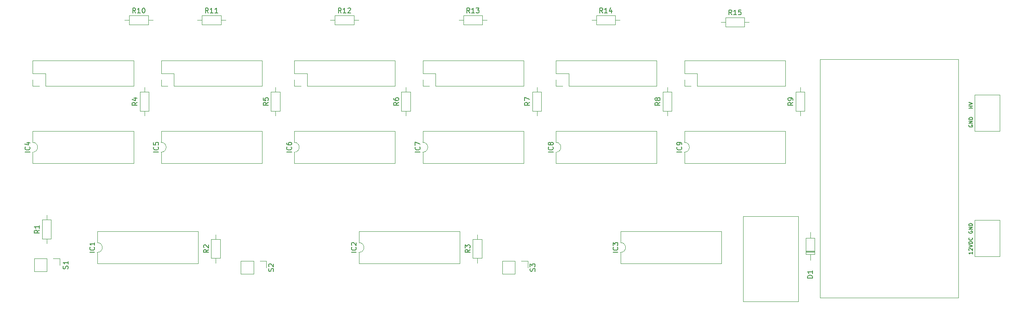
<source format=gbr>
G04 #@! TF.GenerationSoftware,KiCad,Pcbnew,(5.1.4-0-10_14)*
G04 #@! TF.CreationDate,2019-10-28T19:48:47-04:00*
G04 #@! TF.ProjectId,NixieClock,4e697869-6543-46c6-9f63-6b2e6b696361,rev?*
G04 #@! TF.SameCoordinates,Original*
G04 #@! TF.FileFunction,Legend,Top*
G04 #@! TF.FilePolarity,Positive*
%FSLAX46Y46*%
G04 Gerber Fmt 4.6, Leading zero omitted, Abs format (unit mm)*
G04 Created by KiCad (PCBNEW (5.1.4-0-10_14)) date 2019-10-28 19:48:47*
%MOMM*%
%LPD*%
G04 APERTURE LIST*
%ADD10C,0.187500*%
%ADD11C,0.120000*%
%ADD12C,0.150000*%
G04 APERTURE END LIST*
D10*
X268563285Y-121292785D02*
X268563285Y-121721357D01*
X268563285Y-121507071D02*
X267813285Y-121507071D01*
X267920428Y-121578500D01*
X267991857Y-121649928D01*
X268027571Y-121721357D01*
X267884714Y-121007071D02*
X267849000Y-120971357D01*
X267813285Y-120899928D01*
X267813285Y-120721357D01*
X267849000Y-120649928D01*
X267884714Y-120614214D01*
X267956142Y-120578500D01*
X268027571Y-120578500D01*
X268134714Y-120614214D01*
X268563285Y-121042785D01*
X268563285Y-120578500D01*
X267813285Y-120364214D02*
X268563285Y-120114214D01*
X267813285Y-119864214D01*
X268563285Y-119614214D02*
X267813285Y-119614214D01*
X267813285Y-119435642D01*
X267849000Y-119328500D01*
X267920428Y-119257071D01*
X267991857Y-119221357D01*
X268134714Y-119185642D01*
X268241857Y-119185642D01*
X268384714Y-119221357D01*
X268456142Y-119257071D01*
X268527571Y-119328500D01*
X268563285Y-119435642D01*
X268563285Y-119614214D01*
X268491857Y-118435642D02*
X268527571Y-118471357D01*
X268563285Y-118578500D01*
X268563285Y-118649928D01*
X268527571Y-118757071D01*
X268456142Y-118828500D01*
X268384714Y-118864214D01*
X268241857Y-118899928D01*
X268134714Y-118899928D01*
X267991857Y-118864214D01*
X267920428Y-118828500D01*
X267849000Y-118757071D01*
X267813285Y-118649928D01*
X267813285Y-118578500D01*
X267849000Y-118471357D01*
X267884714Y-118435642D01*
X267849000Y-117093928D02*
X267813285Y-117165357D01*
X267813285Y-117272500D01*
X267849000Y-117379642D01*
X267920428Y-117451071D01*
X267991857Y-117486785D01*
X268134714Y-117522500D01*
X268241857Y-117522500D01*
X268384714Y-117486785D01*
X268456142Y-117451071D01*
X268527571Y-117379642D01*
X268563285Y-117272500D01*
X268563285Y-117201071D01*
X268527571Y-117093928D01*
X268491857Y-117058214D01*
X268241857Y-117058214D01*
X268241857Y-117201071D01*
X268563285Y-116736785D02*
X267813285Y-116736785D01*
X268563285Y-116308214D01*
X267813285Y-116308214D01*
X268563285Y-115951071D02*
X267813285Y-115951071D01*
X267813285Y-115772500D01*
X267849000Y-115665357D01*
X267920428Y-115593928D01*
X267991857Y-115558214D01*
X268134714Y-115522500D01*
X268241857Y-115522500D01*
X268384714Y-115558214D01*
X268456142Y-115593928D01*
X268527571Y-115665357D01*
X268563285Y-115772500D01*
X268563285Y-115951071D01*
X267912500Y-95567428D02*
X267876785Y-95638857D01*
X267876785Y-95746000D01*
X267912500Y-95853142D01*
X267983928Y-95924571D01*
X268055357Y-95960285D01*
X268198214Y-95996000D01*
X268305357Y-95996000D01*
X268448214Y-95960285D01*
X268519642Y-95924571D01*
X268591071Y-95853142D01*
X268626785Y-95746000D01*
X268626785Y-95674571D01*
X268591071Y-95567428D01*
X268555357Y-95531714D01*
X268305357Y-95531714D01*
X268305357Y-95674571D01*
X268626785Y-95210285D02*
X267876785Y-95210285D01*
X268626785Y-94781714D01*
X267876785Y-94781714D01*
X268626785Y-94424571D02*
X267876785Y-94424571D01*
X267876785Y-94246000D01*
X267912500Y-94138857D01*
X267983928Y-94067428D01*
X268055357Y-94031714D01*
X268198214Y-93996000D01*
X268305357Y-93996000D01*
X268448214Y-94031714D01*
X268519642Y-94067428D01*
X268591071Y-94138857D01*
X268626785Y-94246000D01*
X268626785Y-94424571D01*
X268626785Y-92166214D02*
X267876785Y-92166214D01*
X268233928Y-92166214D02*
X268233928Y-91737642D01*
X268626785Y-91737642D02*
X267876785Y-91737642D01*
X267876785Y-91487642D02*
X268626785Y-91237642D01*
X267876785Y-90987642D01*
D11*
X274066000Y-96830000D02*
X274066000Y-89464000D01*
X268986000Y-96830000D02*
X274066000Y-96830000D01*
X268986000Y-89464000D02*
X268986000Y-96830000D01*
X274066000Y-89464000D02*
X268986000Y-89464000D01*
X274066000Y-114864000D02*
X268986000Y-114864000D01*
X268986000Y-114864000D02*
X268986000Y-122230000D01*
X268986000Y-122230000D02*
X274066000Y-122230000D01*
X274066000Y-122230000D02*
X274066000Y-114864000D01*
X97775000Y-73375000D02*
X97775000Y-75215000D01*
X97775000Y-75215000D02*
X101615000Y-75215000D01*
X101615000Y-75215000D02*
X101615000Y-73375000D01*
X101615000Y-73375000D02*
X97775000Y-73375000D01*
X96825000Y-74295000D02*
X97775000Y-74295000D01*
X102565000Y-74295000D02*
X101615000Y-74295000D01*
X218552000Y-73756000D02*
X218552000Y-75596000D01*
X218552000Y-75596000D02*
X222392000Y-75596000D01*
X222392000Y-75596000D02*
X222392000Y-73756000D01*
X222392000Y-73756000D02*
X218552000Y-73756000D01*
X217602000Y-74676000D02*
X218552000Y-74676000D01*
X223342000Y-74676000D02*
X222392000Y-74676000D01*
X192390000Y-73375000D02*
X192390000Y-75215000D01*
X192390000Y-75215000D02*
X196230000Y-75215000D01*
X196230000Y-75215000D02*
X196230000Y-73375000D01*
X196230000Y-73375000D02*
X192390000Y-73375000D01*
X191440000Y-74295000D02*
X192390000Y-74295000D01*
X197180000Y-74295000D02*
X196230000Y-74295000D01*
X165466000Y-73375000D02*
X165466000Y-75215000D01*
X165466000Y-75215000D02*
X169306000Y-75215000D01*
X169306000Y-75215000D02*
X169306000Y-73375000D01*
X169306000Y-73375000D02*
X165466000Y-73375000D01*
X164516000Y-74295000D02*
X165466000Y-74295000D01*
X170256000Y-74295000D02*
X169306000Y-74295000D01*
X139431000Y-73375000D02*
X139431000Y-75215000D01*
X139431000Y-75215000D02*
X143271000Y-75215000D01*
X143271000Y-75215000D02*
X143271000Y-73375000D01*
X143271000Y-73375000D02*
X139431000Y-73375000D01*
X138481000Y-74295000D02*
X139431000Y-74295000D01*
X144221000Y-74295000D02*
X143271000Y-74295000D01*
X112507000Y-73375000D02*
X112507000Y-75215000D01*
X112507000Y-75215000D02*
X116347000Y-75215000D01*
X116347000Y-75215000D02*
X116347000Y-73375000D01*
X116347000Y-73375000D02*
X112507000Y-73375000D01*
X111557000Y-74295000D02*
X112507000Y-74295000D01*
X117297000Y-74295000D02*
X116347000Y-74295000D01*
X232760000Y-92725000D02*
X234600000Y-92725000D01*
X234600000Y-92725000D02*
X234600000Y-88885000D01*
X234600000Y-88885000D02*
X232760000Y-88885000D01*
X232760000Y-88885000D02*
X232760000Y-92725000D01*
X233680000Y-93675000D02*
X233680000Y-92725000D01*
X233680000Y-87935000D02*
X233680000Y-88885000D01*
X205836000Y-92725000D02*
X207676000Y-92725000D01*
X207676000Y-92725000D02*
X207676000Y-88885000D01*
X207676000Y-88885000D02*
X205836000Y-88885000D01*
X205836000Y-88885000D02*
X205836000Y-92725000D01*
X206756000Y-93675000D02*
X206756000Y-92725000D01*
X206756000Y-87935000D02*
X206756000Y-88885000D01*
X179420000Y-92725000D02*
X181260000Y-92725000D01*
X181260000Y-92725000D02*
X181260000Y-88885000D01*
X181260000Y-88885000D02*
X179420000Y-88885000D01*
X179420000Y-88885000D02*
X179420000Y-92725000D01*
X180340000Y-93675000D02*
X180340000Y-92725000D01*
X180340000Y-87935000D02*
X180340000Y-88885000D01*
X152877000Y-92725000D02*
X154717000Y-92725000D01*
X154717000Y-92725000D02*
X154717000Y-88885000D01*
X154717000Y-88885000D02*
X152877000Y-88885000D01*
X152877000Y-88885000D02*
X152877000Y-92725000D01*
X153797000Y-93675000D02*
X153797000Y-92725000D01*
X153797000Y-87935000D02*
X153797000Y-88885000D01*
X126461000Y-92725000D02*
X128301000Y-92725000D01*
X128301000Y-92725000D02*
X128301000Y-88885000D01*
X128301000Y-88885000D02*
X126461000Y-88885000D01*
X126461000Y-88885000D02*
X126461000Y-92725000D01*
X127381000Y-93675000D02*
X127381000Y-92725000D01*
X127381000Y-87935000D02*
X127381000Y-88885000D01*
X99918000Y-92725000D02*
X101758000Y-92725000D01*
X101758000Y-92725000D02*
X101758000Y-88885000D01*
X101758000Y-88885000D02*
X99918000Y-88885000D01*
X99918000Y-88885000D02*
X99918000Y-92725000D01*
X100838000Y-93675000D02*
X100838000Y-92725000D01*
X100838000Y-87935000D02*
X100838000Y-88885000D01*
X167355000Y-122570000D02*
X169195000Y-122570000D01*
X169195000Y-122570000D02*
X169195000Y-118730000D01*
X169195000Y-118730000D02*
X167355000Y-118730000D01*
X167355000Y-118730000D02*
X167355000Y-122570000D01*
X168275000Y-123520000D02*
X168275000Y-122570000D01*
X168275000Y-117780000D02*
X168275000Y-118730000D01*
X114370600Y-122570000D02*
X116210600Y-122570000D01*
X116210600Y-122570000D02*
X116210600Y-118730000D01*
X116210600Y-118730000D02*
X114370600Y-118730000D01*
X114370600Y-118730000D02*
X114370600Y-122570000D01*
X115290600Y-123520000D02*
X115290600Y-122570000D01*
X115290600Y-117780000D02*
X115290600Y-118730000D01*
X81026000Y-113843000D02*
X81026000Y-114793000D01*
X81026000Y-119583000D02*
X81026000Y-118633000D01*
X80106000Y-114793000D02*
X80106000Y-118633000D01*
X81946000Y-114793000D02*
X80106000Y-114793000D01*
X81946000Y-118633000D02*
X81946000Y-114793000D01*
X80106000Y-118633000D02*
X81946000Y-118633000D01*
X230665000Y-87690000D02*
X230665000Y-82490000D01*
X212825000Y-87690000D02*
X230665000Y-87690000D01*
X210225000Y-82490000D02*
X230665000Y-82490000D01*
X212825000Y-87690000D02*
X212825000Y-85090000D01*
X212825000Y-85090000D02*
X210225000Y-85090000D01*
X210225000Y-85090000D02*
X210225000Y-82490000D01*
X211555000Y-87690000D02*
X210225000Y-87690000D01*
X210225000Y-87690000D02*
X210225000Y-86360000D01*
X78502200Y-122622000D02*
X78502200Y-125282000D01*
X81102200Y-122622000D02*
X78502200Y-122622000D01*
X81102200Y-125282000D02*
X78502200Y-125282000D01*
X81102200Y-122622000D02*
X81102200Y-125282000D01*
X82372200Y-122622000D02*
X83702200Y-122622000D01*
X83702200Y-122622000D02*
X83702200Y-123952000D01*
X120336000Y-123130000D02*
X120336000Y-125790000D01*
X122936000Y-123130000D02*
X120336000Y-123130000D01*
X122936000Y-125790000D02*
X120336000Y-125790000D01*
X122936000Y-123130000D02*
X122936000Y-125790000D01*
X124206000Y-123130000D02*
X125536000Y-123130000D01*
X125536000Y-123130000D02*
X125536000Y-124460000D01*
X178520400Y-123130000D02*
X178520400Y-124460000D01*
X177190400Y-123130000D02*
X178520400Y-123130000D01*
X175920400Y-123130000D02*
X175920400Y-125790000D01*
X175920400Y-125790000D02*
X173320400Y-125790000D01*
X175920400Y-123130000D02*
X173320400Y-123130000D01*
X173320400Y-123130000D02*
X173320400Y-125790000D01*
X234792000Y-121326000D02*
X236632000Y-121326000D01*
X234792000Y-121086000D02*
X236632000Y-121086000D01*
X234792000Y-121206000D02*
X236632000Y-121206000D01*
X235712000Y-117322000D02*
X235712000Y-118502000D01*
X235712000Y-122962000D02*
X235712000Y-121782000D01*
X234792000Y-118502000D02*
X234792000Y-121782000D01*
X236632000Y-118502000D02*
X234792000Y-118502000D01*
X236632000Y-121782000D02*
X236632000Y-118502000D01*
X234792000Y-121782000D02*
X236632000Y-121782000D01*
X184190000Y-99076000D02*
G75*
G02X184190000Y-101076000I0J-1000000D01*
G01*
X184190000Y-101076000D02*
X184190000Y-103311000D01*
X184190000Y-103311000D02*
X204630000Y-103311000D01*
X204630000Y-103311000D02*
X204630000Y-96841000D01*
X204630000Y-96841000D02*
X184190000Y-96841000D01*
X184190000Y-96841000D02*
X184190000Y-99076000D01*
X151630000Y-87690000D02*
X151630000Y-82490000D01*
X133790000Y-87690000D02*
X151630000Y-87690000D01*
X131190000Y-82490000D02*
X151630000Y-82490000D01*
X133790000Y-87690000D02*
X133790000Y-85090000D01*
X133790000Y-85090000D02*
X131190000Y-85090000D01*
X131190000Y-85090000D02*
X131190000Y-82490000D01*
X132520000Y-87690000D02*
X131190000Y-87690000D01*
X131190000Y-87690000D02*
X131190000Y-86360000D01*
X157225000Y-87690000D02*
X157225000Y-86360000D01*
X158555000Y-87690000D02*
X157225000Y-87690000D01*
X157225000Y-85090000D02*
X157225000Y-82490000D01*
X159825000Y-85090000D02*
X157225000Y-85090000D01*
X159825000Y-87690000D02*
X159825000Y-85090000D01*
X157225000Y-82490000D02*
X177665000Y-82490000D01*
X159825000Y-87690000D02*
X177665000Y-87690000D01*
X177665000Y-87690000D02*
X177665000Y-82490000D01*
X222123000Y-114046000D02*
X222123000Y-131318000D01*
X233299000Y-114046000D02*
X222123000Y-114046000D01*
X233299000Y-131318000D02*
X233299000Y-114046000D01*
X222123000Y-131318000D02*
X233299000Y-131318000D01*
X265754000Y-130626000D02*
X265754000Y-82226000D01*
X237674000Y-130626000D02*
X265754000Y-130626000D01*
X237674000Y-82226000D02*
X237674000Y-130626000D01*
X265754000Y-82226000D02*
X237674000Y-82226000D01*
X91298000Y-119396000D02*
G75*
G02X91298000Y-121396000I0J-1000000D01*
G01*
X91298000Y-121396000D02*
X91298000Y-123631000D01*
X91298000Y-123631000D02*
X111738000Y-123631000D01*
X111738000Y-123631000D02*
X111738000Y-117161000D01*
X111738000Y-117161000D02*
X91298000Y-117161000D01*
X91298000Y-117161000D02*
X91298000Y-119396000D01*
X144298000Y-119396000D02*
G75*
G02X144298000Y-121396000I0J-1000000D01*
G01*
X144298000Y-121396000D02*
X144298000Y-123631000D01*
X144298000Y-123631000D02*
X164738000Y-123631000D01*
X164738000Y-123631000D02*
X164738000Y-117161000D01*
X164738000Y-117161000D02*
X144298000Y-117161000D01*
X144298000Y-117161000D02*
X144298000Y-119396000D01*
X98630000Y-87690000D02*
X98630000Y-82490000D01*
X80790000Y-87690000D02*
X98630000Y-87690000D01*
X78190000Y-82490000D02*
X98630000Y-82490000D01*
X80790000Y-87690000D02*
X80790000Y-85090000D01*
X80790000Y-85090000D02*
X78190000Y-85090000D01*
X78190000Y-85090000D02*
X78190000Y-82490000D01*
X79520000Y-87690000D02*
X78190000Y-87690000D01*
X78190000Y-87690000D02*
X78190000Y-86360000D01*
X104225000Y-87690000D02*
X104225000Y-86360000D01*
X105555000Y-87690000D02*
X104225000Y-87690000D01*
X104225000Y-85090000D02*
X104225000Y-82490000D01*
X106825000Y-85090000D02*
X104225000Y-85090000D01*
X106825000Y-87690000D02*
X106825000Y-85090000D01*
X104225000Y-82490000D02*
X124665000Y-82490000D01*
X106825000Y-87690000D02*
X124665000Y-87690000D01*
X124665000Y-87690000D02*
X124665000Y-82490000D01*
X78190000Y-96841000D02*
X78190000Y-99076000D01*
X98630000Y-96841000D02*
X78190000Y-96841000D01*
X98630000Y-103311000D02*
X98630000Y-96841000D01*
X78190000Y-103311000D02*
X98630000Y-103311000D01*
X78190000Y-101076000D02*
X78190000Y-103311000D01*
X78190000Y-99076000D02*
G75*
G02X78190000Y-101076000I0J-1000000D01*
G01*
X131190000Y-96841000D02*
X131190000Y-99076000D01*
X151630000Y-96841000D02*
X131190000Y-96841000D01*
X151630000Y-103311000D02*
X151630000Y-96841000D01*
X131190000Y-103311000D02*
X151630000Y-103311000D01*
X131190000Y-101076000D02*
X131190000Y-103311000D01*
X131190000Y-99076000D02*
G75*
G02X131190000Y-101076000I0J-1000000D01*
G01*
X104225000Y-99076000D02*
G75*
G02X104225000Y-101076000I0J-1000000D01*
G01*
X104225000Y-101076000D02*
X104225000Y-103311000D01*
X104225000Y-103311000D02*
X124665000Y-103311000D01*
X124665000Y-103311000D02*
X124665000Y-96841000D01*
X124665000Y-96841000D02*
X104225000Y-96841000D01*
X104225000Y-96841000D02*
X104225000Y-99076000D01*
X157225000Y-99076000D02*
G75*
G02X157225000Y-101076000I0J-1000000D01*
G01*
X157225000Y-101076000D02*
X157225000Y-103311000D01*
X157225000Y-103311000D02*
X177665000Y-103311000D01*
X177665000Y-103311000D02*
X177665000Y-96841000D01*
X177665000Y-96841000D02*
X157225000Y-96841000D01*
X157225000Y-96841000D02*
X157225000Y-99076000D01*
X210225000Y-96841000D02*
X210225000Y-99076000D01*
X230665000Y-96841000D02*
X210225000Y-96841000D01*
X230665000Y-103311000D02*
X230665000Y-96841000D01*
X210225000Y-103311000D02*
X230665000Y-103311000D01*
X210225000Y-101076000D02*
X210225000Y-103311000D01*
X210225000Y-99076000D02*
G75*
G02X210225000Y-101076000I0J-1000000D01*
G01*
X184190000Y-87690000D02*
X184190000Y-86360000D01*
X185520000Y-87690000D02*
X184190000Y-87690000D01*
X184190000Y-85090000D02*
X184190000Y-82490000D01*
X186790000Y-85090000D02*
X184190000Y-85090000D01*
X186790000Y-87690000D02*
X186790000Y-85090000D01*
X184190000Y-82490000D02*
X204630000Y-82490000D01*
X186790000Y-87690000D02*
X204630000Y-87690000D01*
X204630000Y-87690000D02*
X204630000Y-82490000D01*
X197298000Y-117161000D02*
X197298000Y-119396000D01*
X217738000Y-117161000D02*
X197298000Y-117161000D01*
X217738000Y-123631000D02*
X217738000Y-117161000D01*
X197298000Y-123631000D02*
X217738000Y-123631000D01*
X197298000Y-121396000D02*
X197298000Y-123631000D01*
X197298000Y-119396000D02*
G75*
G02X197298000Y-121396000I0J-1000000D01*
G01*
D12*
X99052142Y-72827380D02*
X98718809Y-72351190D01*
X98480714Y-72827380D02*
X98480714Y-71827380D01*
X98861666Y-71827380D01*
X98956904Y-71875000D01*
X99004523Y-71922619D01*
X99052142Y-72017857D01*
X99052142Y-72160714D01*
X99004523Y-72255952D01*
X98956904Y-72303571D01*
X98861666Y-72351190D01*
X98480714Y-72351190D01*
X100004523Y-72827380D02*
X99433095Y-72827380D01*
X99718809Y-72827380D02*
X99718809Y-71827380D01*
X99623571Y-71970238D01*
X99528333Y-72065476D01*
X99433095Y-72113095D01*
X100623571Y-71827380D02*
X100718809Y-71827380D01*
X100814047Y-71875000D01*
X100861666Y-71922619D01*
X100909285Y-72017857D01*
X100956904Y-72208333D01*
X100956904Y-72446428D01*
X100909285Y-72636904D01*
X100861666Y-72732142D01*
X100814047Y-72779761D01*
X100718809Y-72827380D01*
X100623571Y-72827380D01*
X100528333Y-72779761D01*
X100480714Y-72732142D01*
X100433095Y-72636904D01*
X100385476Y-72446428D01*
X100385476Y-72208333D01*
X100433095Y-72017857D01*
X100480714Y-71922619D01*
X100528333Y-71875000D01*
X100623571Y-71827380D01*
X219829142Y-73208380D02*
X219495809Y-72732190D01*
X219257714Y-73208380D02*
X219257714Y-72208380D01*
X219638666Y-72208380D01*
X219733904Y-72256000D01*
X219781523Y-72303619D01*
X219829142Y-72398857D01*
X219829142Y-72541714D01*
X219781523Y-72636952D01*
X219733904Y-72684571D01*
X219638666Y-72732190D01*
X219257714Y-72732190D01*
X220781523Y-73208380D02*
X220210095Y-73208380D01*
X220495809Y-73208380D02*
X220495809Y-72208380D01*
X220400571Y-72351238D01*
X220305333Y-72446476D01*
X220210095Y-72494095D01*
X221686285Y-72208380D02*
X221210095Y-72208380D01*
X221162476Y-72684571D01*
X221210095Y-72636952D01*
X221305333Y-72589333D01*
X221543428Y-72589333D01*
X221638666Y-72636952D01*
X221686285Y-72684571D01*
X221733904Y-72779809D01*
X221733904Y-73017904D01*
X221686285Y-73113142D01*
X221638666Y-73160761D01*
X221543428Y-73208380D01*
X221305333Y-73208380D01*
X221210095Y-73160761D01*
X221162476Y-73113142D01*
X193667142Y-72827380D02*
X193333809Y-72351190D01*
X193095714Y-72827380D02*
X193095714Y-71827380D01*
X193476666Y-71827380D01*
X193571904Y-71875000D01*
X193619523Y-71922619D01*
X193667142Y-72017857D01*
X193667142Y-72160714D01*
X193619523Y-72255952D01*
X193571904Y-72303571D01*
X193476666Y-72351190D01*
X193095714Y-72351190D01*
X194619523Y-72827380D02*
X194048095Y-72827380D01*
X194333809Y-72827380D02*
X194333809Y-71827380D01*
X194238571Y-71970238D01*
X194143333Y-72065476D01*
X194048095Y-72113095D01*
X195476666Y-72160714D02*
X195476666Y-72827380D01*
X195238571Y-71779761D02*
X195000476Y-72494047D01*
X195619523Y-72494047D01*
X166743142Y-72827380D02*
X166409809Y-72351190D01*
X166171714Y-72827380D02*
X166171714Y-71827380D01*
X166552666Y-71827380D01*
X166647904Y-71875000D01*
X166695523Y-71922619D01*
X166743142Y-72017857D01*
X166743142Y-72160714D01*
X166695523Y-72255952D01*
X166647904Y-72303571D01*
X166552666Y-72351190D01*
X166171714Y-72351190D01*
X167695523Y-72827380D02*
X167124095Y-72827380D01*
X167409809Y-72827380D02*
X167409809Y-71827380D01*
X167314571Y-71970238D01*
X167219333Y-72065476D01*
X167124095Y-72113095D01*
X168028857Y-71827380D02*
X168647904Y-71827380D01*
X168314571Y-72208333D01*
X168457428Y-72208333D01*
X168552666Y-72255952D01*
X168600285Y-72303571D01*
X168647904Y-72398809D01*
X168647904Y-72636904D01*
X168600285Y-72732142D01*
X168552666Y-72779761D01*
X168457428Y-72827380D01*
X168171714Y-72827380D01*
X168076476Y-72779761D01*
X168028857Y-72732142D01*
X140708142Y-72827380D02*
X140374809Y-72351190D01*
X140136714Y-72827380D02*
X140136714Y-71827380D01*
X140517666Y-71827380D01*
X140612904Y-71875000D01*
X140660523Y-71922619D01*
X140708142Y-72017857D01*
X140708142Y-72160714D01*
X140660523Y-72255952D01*
X140612904Y-72303571D01*
X140517666Y-72351190D01*
X140136714Y-72351190D01*
X141660523Y-72827380D02*
X141089095Y-72827380D01*
X141374809Y-72827380D02*
X141374809Y-71827380D01*
X141279571Y-71970238D01*
X141184333Y-72065476D01*
X141089095Y-72113095D01*
X142041476Y-71922619D02*
X142089095Y-71875000D01*
X142184333Y-71827380D01*
X142422428Y-71827380D01*
X142517666Y-71875000D01*
X142565285Y-71922619D01*
X142612904Y-72017857D01*
X142612904Y-72113095D01*
X142565285Y-72255952D01*
X141993857Y-72827380D01*
X142612904Y-72827380D01*
X113784142Y-72827380D02*
X113450809Y-72351190D01*
X113212714Y-72827380D02*
X113212714Y-71827380D01*
X113593666Y-71827380D01*
X113688904Y-71875000D01*
X113736523Y-71922619D01*
X113784142Y-72017857D01*
X113784142Y-72160714D01*
X113736523Y-72255952D01*
X113688904Y-72303571D01*
X113593666Y-72351190D01*
X113212714Y-72351190D01*
X114736523Y-72827380D02*
X114165095Y-72827380D01*
X114450809Y-72827380D02*
X114450809Y-71827380D01*
X114355571Y-71970238D01*
X114260333Y-72065476D01*
X114165095Y-72113095D01*
X115688904Y-72827380D02*
X115117476Y-72827380D01*
X115403190Y-72827380D02*
X115403190Y-71827380D01*
X115307952Y-71970238D01*
X115212714Y-72065476D01*
X115117476Y-72113095D01*
X232212380Y-90971666D02*
X231736190Y-91305000D01*
X232212380Y-91543095D02*
X231212380Y-91543095D01*
X231212380Y-91162142D01*
X231260000Y-91066904D01*
X231307619Y-91019285D01*
X231402857Y-90971666D01*
X231545714Y-90971666D01*
X231640952Y-91019285D01*
X231688571Y-91066904D01*
X231736190Y-91162142D01*
X231736190Y-91543095D01*
X232212380Y-90495476D02*
X232212380Y-90305000D01*
X232164761Y-90209761D01*
X232117142Y-90162142D01*
X231974285Y-90066904D01*
X231783809Y-90019285D01*
X231402857Y-90019285D01*
X231307619Y-90066904D01*
X231260000Y-90114523D01*
X231212380Y-90209761D01*
X231212380Y-90400238D01*
X231260000Y-90495476D01*
X231307619Y-90543095D01*
X231402857Y-90590714D01*
X231640952Y-90590714D01*
X231736190Y-90543095D01*
X231783809Y-90495476D01*
X231831428Y-90400238D01*
X231831428Y-90209761D01*
X231783809Y-90114523D01*
X231736190Y-90066904D01*
X231640952Y-90019285D01*
X205288380Y-90971666D02*
X204812190Y-91305000D01*
X205288380Y-91543095D02*
X204288380Y-91543095D01*
X204288380Y-91162142D01*
X204336000Y-91066904D01*
X204383619Y-91019285D01*
X204478857Y-90971666D01*
X204621714Y-90971666D01*
X204716952Y-91019285D01*
X204764571Y-91066904D01*
X204812190Y-91162142D01*
X204812190Y-91543095D01*
X204716952Y-90400238D02*
X204669333Y-90495476D01*
X204621714Y-90543095D01*
X204526476Y-90590714D01*
X204478857Y-90590714D01*
X204383619Y-90543095D01*
X204336000Y-90495476D01*
X204288380Y-90400238D01*
X204288380Y-90209761D01*
X204336000Y-90114523D01*
X204383619Y-90066904D01*
X204478857Y-90019285D01*
X204526476Y-90019285D01*
X204621714Y-90066904D01*
X204669333Y-90114523D01*
X204716952Y-90209761D01*
X204716952Y-90400238D01*
X204764571Y-90495476D01*
X204812190Y-90543095D01*
X204907428Y-90590714D01*
X205097904Y-90590714D01*
X205193142Y-90543095D01*
X205240761Y-90495476D01*
X205288380Y-90400238D01*
X205288380Y-90209761D01*
X205240761Y-90114523D01*
X205193142Y-90066904D01*
X205097904Y-90019285D01*
X204907428Y-90019285D01*
X204812190Y-90066904D01*
X204764571Y-90114523D01*
X204716952Y-90209761D01*
X178872380Y-90971666D02*
X178396190Y-91305000D01*
X178872380Y-91543095D02*
X177872380Y-91543095D01*
X177872380Y-91162142D01*
X177920000Y-91066904D01*
X177967619Y-91019285D01*
X178062857Y-90971666D01*
X178205714Y-90971666D01*
X178300952Y-91019285D01*
X178348571Y-91066904D01*
X178396190Y-91162142D01*
X178396190Y-91543095D01*
X177872380Y-90638333D02*
X177872380Y-89971666D01*
X178872380Y-90400238D01*
X152329380Y-90971666D02*
X151853190Y-91305000D01*
X152329380Y-91543095D02*
X151329380Y-91543095D01*
X151329380Y-91162142D01*
X151377000Y-91066904D01*
X151424619Y-91019285D01*
X151519857Y-90971666D01*
X151662714Y-90971666D01*
X151757952Y-91019285D01*
X151805571Y-91066904D01*
X151853190Y-91162142D01*
X151853190Y-91543095D01*
X151329380Y-90114523D02*
X151329380Y-90305000D01*
X151377000Y-90400238D01*
X151424619Y-90447857D01*
X151567476Y-90543095D01*
X151757952Y-90590714D01*
X152138904Y-90590714D01*
X152234142Y-90543095D01*
X152281761Y-90495476D01*
X152329380Y-90400238D01*
X152329380Y-90209761D01*
X152281761Y-90114523D01*
X152234142Y-90066904D01*
X152138904Y-90019285D01*
X151900809Y-90019285D01*
X151805571Y-90066904D01*
X151757952Y-90114523D01*
X151710333Y-90209761D01*
X151710333Y-90400238D01*
X151757952Y-90495476D01*
X151805571Y-90543095D01*
X151900809Y-90590714D01*
X125913380Y-90971666D02*
X125437190Y-91305000D01*
X125913380Y-91543095D02*
X124913380Y-91543095D01*
X124913380Y-91162142D01*
X124961000Y-91066904D01*
X125008619Y-91019285D01*
X125103857Y-90971666D01*
X125246714Y-90971666D01*
X125341952Y-91019285D01*
X125389571Y-91066904D01*
X125437190Y-91162142D01*
X125437190Y-91543095D01*
X124913380Y-90066904D02*
X124913380Y-90543095D01*
X125389571Y-90590714D01*
X125341952Y-90543095D01*
X125294333Y-90447857D01*
X125294333Y-90209761D01*
X125341952Y-90114523D01*
X125389571Y-90066904D01*
X125484809Y-90019285D01*
X125722904Y-90019285D01*
X125818142Y-90066904D01*
X125865761Y-90114523D01*
X125913380Y-90209761D01*
X125913380Y-90447857D01*
X125865761Y-90543095D01*
X125818142Y-90590714D01*
X99370380Y-90971666D02*
X98894190Y-91305000D01*
X99370380Y-91543095D02*
X98370380Y-91543095D01*
X98370380Y-91162142D01*
X98418000Y-91066904D01*
X98465619Y-91019285D01*
X98560857Y-90971666D01*
X98703714Y-90971666D01*
X98798952Y-91019285D01*
X98846571Y-91066904D01*
X98894190Y-91162142D01*
X98894190Y-91543095D01*
X98703714Y-90114523D02*
X99370380Y-90114523D01*
X98322761Y-90352619D02*
X99037047Y-90590714D01*
X99037047Y-89971666D01*
X166807380Y-120816666D02*
X166331190Y-121150000D01*
X166807380Y-121388095D02*
X165807380Y-121388095D01*
X165807380Y-121007142D01*
X165855000Y-120911904D01*
X165902619Y-120864285D01*
X165997857Y-120816666D01*
X166140714Y-120816666D01*
X166235952Y-120864285D01*
X166283571Y-120911904D01*
X166331190Y-121007142D01*
X166331190Y-121388095D01*
X165807380Y-120483333D02*
X165807380Y-119864285D01*
X166188333Y-120197619D01*
X166188333Y-120054761D01*
X166235952Y-119959523D01*
X166283571Y-119911904D01*
X166378809Y-119864285D01*
X166616904Y-119864285D01*
X166712142Y-119911904D01*
X166759761Y-119959523D01*
X166807380Y-120054761D01*
X166807380Y-120340476D01*
X166759761Y-120435714D01*
X166712142Y-120483333D01*
X113822980Y-120816666D02*
X113346790Y-121150000D01*
X113822980Y-121388095D02*
X112822980Y-121388095D01*
X112822980Y-121007142D01*
X112870600Y-120911904D01*
X112918219Y-120864285D01*
X113013457Y-120816666D01*
X113156314Y-120816666D01*
X113251552Y-120864285D01*
X113299171Y-120911904D01*
X113346790Y-121007142D01*
X113346790Y-121388095D01*
X112918219Y-120435714D02*
X112870600Y-120388095D01*
X112822980Y-120292857D01*
X112822980Y-120054761D01*
X112870600Y-119959523D01*
X112918219Y-119911904D01*
X113013457Y-119864285D01*
X113108695Y-119864285D01*
X113251552Y-119911904D01*
X113822980Y-120483333D01*
X113822980Y-119864285D01*
X79558380Y-116879666D02*
X79082190Y-117213000D01*
X79558380Y-117451095D02*
X78558380Y-117451095D01*
X78558380Y-117070142D01*
X78606000Y-116974904D01*
X78653619Y-116927285D01*
X78748857Y-116879666D01*
X78891714Y-116879666D01*
X78986952Y-116927285D01*
X79034571Y-116974904D01*
X79082190Y-117070142D01*
X79082190Y-117451095D01*
X79558380Y-115927285D02*
X79558380Y-116498714D01*
X79558380Y-116213000D02*
X78558380Y-116213000D01*
X78701238Y-116308238D01*
X78796476Y-116403476D01*
X78844095Y-116498714D01*
X85304261Y-124713904D02*
X85351880Y-124571047D01*
X85351880Y-124332952D01*
X85304261Y-124237714D01*
X85256642Y-124190095D01*
X85161404Y-124142476D01*
X85066166Y-124142476D01*
X84970928Y-124190095D01*
X84923309Y-124237714D01*
X84875690Y-124332952D01*
X84828071Y-124523428D01*
X84780452Y-124618666D01*
X84732833Y-124666285D01*
X84637595Y-124713904D01*
X84542357Y-124713904D01*
X84447119Y-124666285D01*
X84399500Y-124618666D01*
X84351880Y-124523428D01*
X84351880Y-124285333D01*
X84399500Y-124142476D01*
X85351880Y-123190095D02*
X85351880Y-123761523D01*
X85351880Y-123475809D02*
X84351880Y-123475809D01*
X84494738Y-123571047D01*
X84589976Y-123666285D01*
X84637595Y-123761523D01*
X126940761Y-125221904D02*
X126988380Y-125079047D01*
X126988380Y-124840952D01*
X126940761Y-124745714D01*
X126893142Y-124698095D01*
X126797904Y-124650476D01*
X126702666Y-124650476D01*
X126607428Y-124698095D01*
X126559809Y-124745714D01*
X126512190Y-124840952D01*
X126464571Y-125031428D01*
X126416952Y-125126666D01*
X126369333Y-125174285D01*
X126274095Y-125221904D01*
X126178857Y-125221904D01*
X126083619Y-125174285D01*
X126036000Y-125126666D01*
X125988380Y-125031428D01*
X125988380Y-124793333D01*
X126036000Y-124650476D01*
X126083619Y-124269523D02*
X126036000Y-124221904D01*
X125988380Y-124126666D01*
X125988380Y-123888571D01*
X126036000Y-123793333D01*
X126083619Y-123745714D01*
X126178857Y-123698095D01*
X126274095Y-123698095D01*
X126416952Y-123745714D01*
X126988380Y-124317142D01*
X126988380Y-123698095D01*
X179925161Y-125221904D02*
X179972780Y-125079047D01*
X179972780Y-124840952D01*
X179925161Y-124745714D01*
X179877542Y-124698095D01*
X179782304Y-124650476D01*
X179687066Y-124650476D01*
X179591828Y-124698095D01*
X179544209Y-124745714D01*
X179496590Y-124840952D01*
X179448971Y-125031428D01*
X179401352Y-125126666D01*
X179353733Y-125174285D01*
X179258495Y-125221904D01*
X179163257Y-125221904D01*
X179068019Y-125174285D01*
X179020400Y-125126666D01*
X178972780Y-125031428D01*
X178972780Y-124793333D01*
X179020400Y-124650476D01*
X178972780Y-124317142D02*
X178972780Y-123698095D01*
X179353733Y-124031428D01*
X179353733Y-123888571D01*
X179401352Y-123793333D01*
X179448971Y-123745714D01*
X179544209Y-123698095D01*
X179782304Y-123698095D01*
X179877542Y-123745714D01*
X179925161Y-123793333D01*
X179972780Y-123888571D01*
X179972780Y-124174285D01*
X179925161Y-124269523D01*
X179877542Y-124317142D01*
X236164380Y-126595095D02*
X235164380Y-126595095D01*
X235164380Y-126357000D01*
X235212000Y-126214142D01*
X235307238Y-126118904D01*
X235402476Y-126071285D01*
X235592952Y-126023666D01*
X235735809Y-126023666D01*
X235926285Y-126071285D01*
X236021523Y-126118904D01*
X236116761Y-126214142D01*
X236164380Y-126357000D01*
X236164380Y-126595095D01*
X236164380Y-125071285D02*
X236164380Y-125642714D01*
X236164380Y-125357000D02*
X235164380Y-125357000D01*
X235307238Y-125452238D01*
X235402476Y-125547476D01*
X235450095Y-125642714D01*
X183642380Y-101052190D02*
X182642380Y-101052190D01*
X183547142Y-100004571D02*
X183594761Y-100052190D01*
X183642380Y-100195047D01*
X183642380Y-100290285D01*
X183594761Y-100433142D01*
X183499523Y-100528380D01*
X183404285Y-100576000D01*
X183213809Y-100623619D01*
X183070952Y-100623619D01*
X182880476Y-100576000D01*
X182785238Y-100528380D01*
X182690000Y-100433142D01*
X182642380Y-100290285D01*
X182642380Y-100195047D01*
X182690000Y-100052190D01*
X182737619Y-100004571D01*
X183070952Y-99433142D02*
X183023333Y-99528380D01*
X182975714Y-99576000D01*
X182880476Y-99623619D01*
X182832857Y-99623619D01*
X182737619Y-99576000D01*
X182690000Y-99528380D01*
X182642380Y-99433142D01*
X182642380Y-99242666D01*
X182690000Y-99147428D01*
X182737619Y-99099809D01*
X182832857Y-99052190D01*
X182880476Y-99052190D01*
X182975714Y-99099809D01*
X183023333Y-99147428D01*
X183070952Y-99242666D01*
X183070952Y-99433142D01*
X183118571Y-99528380D01*
X183166190Y-99576000D01*
X183261428Y-99623619D01*
X183451904Y-99623619D01*
X183547142Y-99576000D01*
X183594761Y-99528380D01*
X183642380Y-99433142D01*
X183642380Y-99242666D01*
X183594761Y-99147428D01*
X183547142Y-99099809D01*
X183451904Y-99052190D01*
X183261428Y-99052190D01*
X183166190Y-99099809D01*
X183118571Y-99147428D01*
X183070952Y-99242666D01*
X90750380Y-121372190D02*
X89750380Y-121372190D01*
X90655142Y-120324571D02*
X90702761Y-120372190D01*
X90750380Y-120515047D01*
X90750380Y-120610285D01*
X90702761Y-120753142D01*
X90607523Y-120848380D01*
X90512285Y-120896000D01*
X90321809Y-120943619D01*
X90178952Y-120943619D01*
X89988476Y-120896000D01*
X89893238Y-120848380D01*
X89798000Y-120753142D01*
X89750380Y-120610285D01*
X89750380Y-120515047D01*
X89798000Y-120372190D01*
X89845619Y-120324571D01*
X90750380Y-119372190D02*
X90750380Y-119943619D01*
X90750380Y-119657904D02*
X89750380Y-119657904D01*
X89893238Y-119753142D01*
X89988476Y-119848380D01*
X90036095Y-119943619D01*
X143750380Y-121372190D02*
X142750380Y-121372190D01*
X143655142Y-120324571D02*
X143702761Y-120372190D01*
X143750380Y-120515047D01*
X143750380Y-120610285D01*
X143702761Y-120753142D01*
X143607523Y-120848380D01*
X143512285Y-120896000D01*
X143321809Y-120943619D01*
X143178952Y-120943619D01*
X142988476Y-120896000D01*
X142893238Y-120848380D01*
X142798000Y-120753142D01*
X142750380Y-120610285D01*
X142750380Y-120515047D01*
X142798000Y-120372190D01*
X142845619Y-120324571D01*
X142845619Y-119943619D02*
X142798000Y-119896000D01*
X142750380Y-119800761D01*
X142750380Y-119562666D01*
X142798000Y-119467428D01*
X142845619Y-119419809D01*
X142940857Y-119372190D01*
X143036095Y-119372190D01*
X143178952Y-119419809D01*
X143750380Y-119991238D01*
X143750380Y-119372190D01*
X77642380Y-101052190D02*
X76642380Y-101052190D01*
X77547142Y-100004571D02*
X77594761Y-100052190D01*
X77642380Y-100195047D01*
X77642380Y-100290285D01*
X77594761Y-100433142D01*
X77499523Y-100528380D01*
X77404285Y-100576000D01*
X77213809Y-100623619D01*
X77070952Y-100623619D01*
X76880476Y-100576000D01*
X76785238Y-100528380D01*
X76690000Y-100433142D01*
X76642380Y-100290285D01*
X76642380Y-100195047D01*
X76690000Y-100052190D01*
X76737619Y-100004571D01*
X76975714Y-99147428D02*
X77642380Y-99147428D01*
X76594761Y-99385523D02*
X77309047Y-99623619D01*
X77309047Y-99004571D01*
X130642380Y-101052190D02*
X129642380Y-101052190D01*
X130547142Y-100004571D02*
X130594761Y-100052190D01*
X130642380Y-100195047D01*
X130642380Y-100290285D01*
X130594761Y-100433142D01*
X130499523Y-100528380D01*
X130404285Y-100576000D01*
X130213809Y-100623619D01*
X130070952Y-100623619D01*
X129880476Y-100576000D01*
X129785238Y-100528380D01*
X129690000Y-100433142D01*
X129642380Y-100290285D01*
X129642380Y-100195047D01*
X129690000Y-100052190D01*
X129737619Y-100004571D01*
X129642380Y-99147428D02*
X129642380Y-99337904D01*
X129690000Y-99433142D01*
X129737619Y-99480761D01*
X129880476Y-99576000D01*
X130070952Y-99623619D01*
X130451904Y-99623619D01*
X130547142Y-99576000D01*
X130594761Y-99528380D01*
X130642380Y-99433142D01*
X130642380Y-99242666D01*
X130594761Y-99147428D01*
X130547142Y-99099809D01*
X130451904Y-99052190D01*
X130213809Y-99052190D01*
X130118571Y-99099809D01*
X130070952Y-99147428D01*
X130023333Y-99242666D01*
X130023333Y-99433142D01*
X130070952Y-99528380D01*
X130118571Y-99576000D01*
X130213809Y-99623619D01*
X103677380Y-101052190D02*
X102677380Y-101052190D01*
X103582142Y-100004571D02*
X103629761Y-100052190D01*
X103677380Y-100195047D01*
X103677380Y-100290285D01*
X103629761Y-100433142D01*
X103534523Y-100528380D01*
X103439285Y-100576000D01*
X103248809Y-100623619D01*
X103105952Y-100623619D01*
X102915476Y-100576000D01*
X102820238Y-100528380D01*
X102725000Y-100433142D01*
X102677380Y-100290285D01*
X102677380Y-100195047D01*
X102725000Y-100052190D01*
X102772619Y-100004571D01*
X102677380Y-99099809D02*
X102677380Y-99576000D01*
X103153571Y-99623619D01*
X103105952Y-99576000D01*
X103058333Y-99480761D01*
X103058333Y-99242666D01*
X103105952Y-99147428D01*
X103153571Y-99099809D01*
X103248809Y-99052190D01*
X103486904Y-99052190D01*
X103582142Y-99099809D01*
X103629761Y-99147428D01*
X103677380Y-99242666D01*
X103677380Y-99480761D01*
X103629761Y-99576000D01*
X103582142Y-99623619D01*
X156677380Y-101052190D02*
X155677380Y-101052190D01*
X156582142Y-100004571D02*
X156629761Y-100052190D01*
X156677380Y-100195047D01*
X156677380Y-100290285D01*
X156629761Y-100433142D01*
X156534523Y-100528380D01*
X156439285Y-100576000D01*
X156248809Y-100623619D01*
X156105952Y-100623619D01*
X155915476Y-100576000D01*
X155820238Y-100528380D01*
X155725000Y-100433142D01*
X155677380Y-100290285D01*
X155677380Y-100195047D01*
X155725000Y-100052190D01*
X155772619Y-100004571D01*
X155677380Y-99671238D02*
X155677380Y-99004571D01*
X156677380Y-99433142D01*
X209677380Y-101052190D02*
X208677380Y-101052190D01*
X209582142Y-100004571D02*
X209629761Y-100052190D01*
X209677380Y-100195047D01*
X209677380Y-100290285D01*
X209629761Y-100433142D01*
X209534523Y-100528380D01*
X209439285Y-100576000D01*
X209248809Y-100623619D01*
X209105952Y-100623619D01*
X208915476Y-100576000D01*
X208820238Y-100528380D01*
X208725000Y-100433142D01*
X208677380Y-100290285D01*
X208677380Y-100195047D01*
X208725000Y-100052190D01*
X208772619Y-100004571D01*
X209677380Y-99528380D02*
X209677380Y-99337904D01*
X209629761Y-99242666D01*
X209582142Y-99195047D01*
X209439285Y-99099809D01*
X209248809Y-99052190D01*
X208867857Y-99052190D01*
X208772619Y-99099809D01*
X208725000Y-99147428D01*
X208677380Y-99242666D01*
X208677380Y-99433142D01*
X208725000Y-99528380D01*
X208772619Y-99576000D01*
X208867857Y-99623619D01*
X209105952Y-99623619D01*
X209201190Y-99576000D01*
X209248809Y-99528380D01*
X209296428Y-99433142D01*
X209296428Y-99242666D01*
X209248809Y-99147428D01*
X209201190Y-99099809D01*
X209105952Y-99052190D01*
X196750380Y-121372190D02*
X195750380Y-121372190D01*
X196655142Y-120324571D02*
X196702761Y-120372190D01*
X196750380Y-120515047D01*
X196750380Y-120610285D01*
X196702761Y-120753142D01*
X196607523Y-120848380D01*
X196512285Y-120896000D01*
X196321809Y-120943619D01*
X196178952Y-120943619D01*
X195988476Y-120896000D01*
X195893238Y-120848380D01*
X195798000Y-120753142D01*
X195750380Y-120610285D01*
X195750380Y-120515047D01*
X195798000Y-120372190D01*
X195845619Y-120324571D01*
X195750380Y-119991238D02*
X195750380Y-119372190D01*
X196131333Y-119705523D01*
X196131333Y-119562666D01*
X196178952Y-119467428D01*
X196226571Y-119419809D01*
X196321809Y-119372190D01*
X196559904Y-119372190D01*
X196655142Y-119419809D01*
X196702761Y-119467428D01*
X196750380Y-119562666D01*
X196750380Y-119848380D01*
X196702761Y-119943619D01*
X196655142Y-119991238D01*
M02*

</source>
